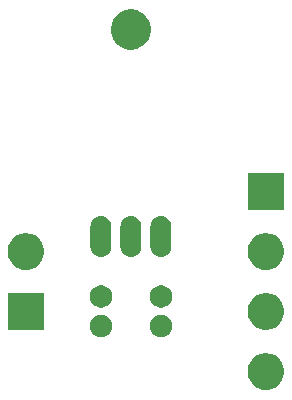
<source format=gbs>
G04 #@! TF.GenerationSoftware,KiCad,Pcbnew,(5.1.4)-1*
G04 #@! TF.CreationDate,2019-09-01T07:16:19-07:00*
G04 #@! TF.ProjectId,lm7805,6c6d3738-3035-42e6-9b69-6361645f7063,rev?*
G04 #@! TF.SameCoordinates,Original*
G04 #@! TF.FileFunction,Soldermask,Bot*
G04 #@! TF.FilePolarity,Negative*
%FSLAX46Y46*%
G04 Gerber Fmt 4.6, Leading zero omitted, Abs format (unit mm)*
G04 Created by KiCad (PCBNEW (5.1.4)-1) date 2019-09-01 07:16:19*
%MOMM*%
%LPD*%
G04 APERTURE LIST*
%ADD10C,0.100000*%
G04 APERTURE END LIST*
D10*
G36*
X70152585Y-61978802D02*
G01*
X70302410Y-62008604D01*
X70584674Y-62125521D01*
X70838705Y-62295259D01*
X71054741Y-62511295D01*
X71224479Y-62765326D01*
X71341396Y-63047590D01*
X71401000Y-63347240D01*
X71401000Y-63652760D01*
X71341396Y-63952410D01*
X71224479Y-64234674D01*
X71054741Y-64488705D01*
X70838705Y-64704741D01*
X70584674Y-64874479D01*
X70302410Y-64991396D01*
X70152585Y-65021198D01*
X70002761Y-65051000D01*
X69697239Y-65051000D01*
X69547415Y-65021198D01*
X69397590Y-64991396D01*
X69115326Y-64874479D01*
X68861295Y-64704741D01*
X68645259Y-64488705D01*
X68475521Y-64234674D01*
X68358604Y-63952410D01*
X68299000Y-63652760D01*
X68299000Y-63347240D01*
X68358604Y-63047590D01*
X68475521Y-62765326D01*
X68645259Y-62511295D01*
X68861295Y-62295259D01*
X69115326Y-62125521D01*
X69397590Y-62008604D01*
X69547415Y-61978802D01*
X69697239Y-61949000D01*
X70002761Y-61949000D01*
X70152585Y-61978802D01*
X70152585Y-61978802D01*
G37*
G36*
X61237395Y-58735546D02*
G01*
X61410466Y-58807234D01*
X61410467Y-58807235D01*
X61566227Y-58911310D01*
X61698690Y-59043773D01*
X61698691Y-59043775D01*
X61802766Y-59199534D01*
X61874454Y-59372605D01*
X61911000Y-59556333D01*
X61911000Y-59743667D01*
X61874454Y-59927395D01*
X61802766Y-60100466D01*
X61802765Y-60100467D01*
X61698690Y-60256227D01*
X61566227Y-60388690D01*
X61487818Y-60441081D01*
X61410466Y-60492766D01*
X61237395Y-60564454D01*
X61053667Y-60601000D01*
X60866333Y-60601000D01*
X60682605Y-60564454D01*
X60509534Y-60492766D01*
X60432182Y-60441081D01*
X60353773Y-60388690D01*
X60221310Y-60256227D01*
X60117235Y-60100467D01*
X60117234Y-60100466D01*
X60045546Y-59927395D01*
X60009000Y-59743667D01*
X60009000Y-59556333D01*
X60045546Y-59372605D01*
X60117234Y-59199534D01*
X60221309Y-59043775D01*
X60221310Y-59043773D01*
X60353773Y-58911310D01*
X60509533Y-58807235D01*
X60509534Y-58807234D01*
X60682605Y-58735546D01*
X60866333Y-58699000D01*
X61053667Y-58699000D01*
X61237395Y-58735546D01*
X61237395Y-58735546D01*
G37*
G36*
X56157395Y-58735546D02*
G01*
X56330466Y-58807234D01*
X56330467Y-58807235D01*
X56486227Y-58911310D01*
X56618690Y-59043773D01*
X56618691Y-59043775D01*
X56722766Y-59199534D01*
X56794454Y-59372605D01*
X56831000Y-59556333D01*
X56831000Y-59743667D01*
X56794454Y-59927395D01*
X56722766Y-60100466D01*
X56722765Y-60100467D01*
X56618690Y-60256227D01*
X56486227Y-60388690D01*
X56407818Y-60441081D01*
X56330466Y-60492766D01*
X56157395Y-60564454D01*
X55973667Y-60601000D01*
X55786333Y-60601000D01*
X55602605Y-60564454D01*
X55429534Y-60492766D01*
X55352182Y-60441081D01*
X55273773Y-60388690D01*
X55141310Y-60256227D01*
X55037235Y-60100467D01*
X55037234Y-60100466D01*
X54965546Y-59927395D01*
X54929000Y-59743667D01*
X54929000Y-59556333D01*
X54965546Y-59372605D01*
X55037234Y-59199534D01*
X55141309Y-59043775D01*
X55141310Y-59043773D01*
X55273773Y-58911310D01*
X55429533Y-58807235D01*
X55429534Y-58807234D01*
X55602605Y-58735546D01*
X55786333Y-58699000D01*
X55973667Y-58699000D01*
X56157395Y-58735546D01*
X56157395Y-58735546D01*
G37*
G36*
X70020879Y-56872604D02*
G01*
X70302410Y-56928604D01*
X70584674Y-57045521D01*
X70838705Y-57215259D01*
X71054741Y-57431295D01*
X71224479Y-57685326D01*
X71341396Y-57967590D01*
X71401000Y-58267240D01*
X71401000Y-58572760D01*
X71341396Y-58872410D01*
X71224479Y-59154674D01*
X71054741Y-59408705D01*
X70838705Y-59624741D01*
X70584674Y-59794479D01*
X70302410Y-59911396D01*
X70221977Y-59927395D01*
X70002761Y-59971000D01*
X69697239Y-59971000D01*
X69478023Y-59927395D01*
X69397590Y-59911396D01*
X69115326Y-59794479D01*
X68861295Y-59624741D01*
X68645259Y-59408705D01*
X68475521Y-59154674D01*
X68358604Y-58872410D01*
X68299000Y-58572760D01*
X68299000Y-58267240D01*
X68358604Y-57967590D01*
X68475521Y-57685326D01*
X68645259Y-57431295D01*
X68861295Y-57215259D01*
X69115326Y-57045521D01*
X69397590Y-56928604D01*
X69679121Y-56872604D01*
X69697239Y-56869000D01*
X70002761Y-56869000D01*
X70020879Y-56872604D01*
X70020879Y-56872604D01*
G37*
G36*
X51081000Y-59971000D02*
G01*
X47979000Y-59971000D01*
X47979000Y-56869000D01*
X51081000Y-56869000D01*
X51081000Y-59971000D01*
X51081000Y-59971000D01*
G37*
G36*
X56157395Y-56235546D02*
G01*
X56330466Y-56307234D01*
X56330467Y-56307235D01*
X56486227Y-56411310D01*
X56618690Y-56543773D01*
X56618691Y-56543775D01*
X56722766Y-56699534D01*
X56794454Y-56872605D01*
X56831000Y-57056333D01*
X56831000Y-57243667D01*
X56794454Y-57427395D01*
X56722766Y-57600466D01*
X56722765Y-57600467D01*
X56618690Y-57756227D01*
X56486227Y-57888690D01*
X56407818Y-57941081D01*
X56330466Y-57992766D01*
X56157395Y-58064454D01*
X55973667Y-58101000D01*
X55786333Y-58101000D01*
X55602605Y-58064454D01*
X55429534Y-57992766D01*
X55352182Y-57941081D01*
X55273773Y-57888690D01*
X55141310Y-57756227D01*
X55037235Y-57600467D01*
X55037234Y-57600466D01*
X54965546Y-57427395D01*
X54929000Y-57243667D01*
X54929000Y-57056333D01*
X54965546Y-56872605D01*
X55037234Y-56699534D01*
X55141309Y-56543775D01*
X55141310Y-56543773D01*
X55273773Y-56411310D01*
X55429533Y-56307235D01*
X55429534Y-56307234D01*
X55602605Y-56235546D01*
X55786333Y-56199000D01*
X55973667Y-56199000D01*
X56157395Y-56235546D01*
X56157395Y-56235546D01*
G37*
G36*
X61237395Y-56235546D02*
G01*
X61410466Y-56307234D01*
X61410467Y-56307235D01*
X61566227Y-56411310D01*
X61698690Y-56543773D01*
X61698691Y-56543775D01*
X61802766Y-56699534D01*
X61874454Y-56872605D01*
X61911000Y-57056333D01*
X61911000Y-57243667D01*
X61874454Y-57427395D01*
X61802766Y-57600466D01*
X61802765Y-57600467D01*
X61698690Y-57756227D01*
X61566227Y-57888690D01*
X61487818Y-57941081D01*
X61410466Y-57992766D01*
X61237395Y-58064454D01*
X61053667Y-58101000D01*
X60866333Y-58101000D01*
X60682605Y-58064454D01*
X60509534Y-57992766D01*
X60432182Y-57941081D01*
X60353773Y-57888690D01*
X60221310Y-57756227D01*
X60117235Y-57600467D01*
X60117234Y-57600466D01*
X60045546Y-57427395D01*
X60009000Y-57243667D01*
X60009000Y-57056333D01*
X60045546Y-56872605D01*
X60117234Y-56699534D01*
X60221309Y-56543775D01*
X60221310Y-56543773D01*
X60353773Y-56411310D01*
X60509533Y-56307235D01*
X60509534Y-56307234D01*
X60682605Y-56235546D01*
X60866333Y-56199000D01*
X61053667Y-56199000D01*
X61237395Y-56235546D01*
X61237395Y-56235546D01*
G37*
G36*
X49832585Y-51818802D02*
G01*
X49982410Y-51848604D01*
X50264674Y-51965521D01*
X50518705Y-52135259D01*
X50734741Y-52351295D01*
X50904479Y-52605326D01*
X51021396Y-52887590D01*
X51081000Y-53187240D01*
X51081000Y-53492760D01*
X51021396Y-53792410D01*
X50904479Y-54074674D01*
X50734741Y-54328705D01*
X50518705Y-54544741D01*
X50264674Y-54714479D01*
X49982410Y-54831396D01*
X49832585Y-54861198D01*
X49682761Y-54891000D01*
X49377239Y-54891000D01*
X49227415Y-54861198D01*
X49077590Y-54831396D01*
X48795326Y-54714479D01*
X48541295Y-54544741D01*
X48325259Y-54328705D01*
X48155521Y-54074674D01*
X48038604Y-53792410D01*
X47979000Y-53492760D01*
X47979000Y-53187240D01*
X48038604Y-52887590D01*
X48155521Y-52605326D01*
X48325259Y-52351295D01*
X48541295Y-52135259D01*
X48795326Y-51965521D01*
X49077590Y-51848604D01*
X49227415Y-51818802D01*
X49377239Y-51789000D01*
X49682761Y-51789000D01*
X49832585Y-51818802D01*
X49832585Y-51818802D01*
G37*
G36*
X70152585Y-51818802D02*
G01*
X70302410Y-51848604D01*
X70584674Y-51965521D01*
X70838705Y-52135259D01*
X71054741Y-52351295D01*
X71224479Y-52605326D01*
X71341396Y-52887590D01*
X71401000Y-53187240D01*
X71401000Y-53492760D01*
X71341396Y-53792410D01*
X71224479Y-54074674D01*
X71054741Y-54328705D01*
X70838705Y-54544741D01*
X70584674Y-54714479D01*
X70302410Y-54831396D01*
X70152585Y-54861198D01*
X70002761Y-54891000D01*
X69697239Y-54891000D01*
X69547415Y-54861198D01*
X69397590Y-54831396D01*
X69115326Y-54714479D01*
X68861295Y-54544741D01*
X68645259Y-54328705D01*
X68475521Y-54074674D01*
X68358604Y-53792410D01*
X68299000Y-53492760D01*
X68299000Y-53187240D01*
X68358604Y-52887590D01*
X68475521Y-52605326D01*
X68645259Y-52351295D01*
X68861295Y-52135259D01*
X69115326Y-51965521D01*
X69397590Y-51848604D01*
X69547415Y-51818802D01*
X69697239Y-51789000D01*
X70002761Y-51789000D01*
X70152585Y-51818802D01*
X70152585Y-51818802D01*
G37*
G36*
X61134313Y-50355466D02*
G01*
X61301927Y-50406312D01*
X61456403Y-50488880D01*
X61591801Y-50599999D01*
X61702923Y-50735401D01*
X61785487Y-50889869D01*
X61785488Y-50889872D01*
X61836334Y-51057486D01*
X61849200Y-51188120D01*
X61849200Y-52951880D01*
X61836334Y-53082514D01*
X61804565Y-53187239D01*
X61785487Y-53250131D01*
X61702923Y-53404599D01*
X61591801Y-53540001D01*
X61456399Y-53651123D01*
X61301931Y-53733687D01*
X61301928Y-53733688D01*
X61134314Y-53784534D01*
X60960000Y-53801702D01*
X60785687Y-53784534D01*
X60618073Y-53733688D01*
X60618070Y-53733687D01*
X60463602Y-53651123D01*
X60328200Y-53540001D01*
X60217078Y-53404599D01*
X60134514Y-53250131D01*
X60115436Y-53187239D01*
X60083667Y-53082514D01*
X60070801Y-52951880D01*
X60070800Y-51188121D01*
X60083666Y-51057487D01*
X60134512Y-50889873D01*
X60217078Y-50735401D01*
X60217080Y-50735397D01*
X60328199Y-50599999D01*
X60463601Y-50488877D01*
X60618069Y-50406313D01*
X60618072Y-50406312D01*
X60785686Y-50355466D01*
X60960000Y-50338298D01*
X61134313Y-50355466D01*
X61134313Y-50355466D01*
G37*
G36*
X58594313Y-50355466D02*
G01*
X58761927Y-50406312D01*
X58916403Y-50488880D01*
X59051801Y-50599999D01*
X59162923Y-50735401D01*
X59245487Y-50889869D01*
X59245488Y-50889872D01*
X59296334Y-51057486D01*
X59309200Y-51188120D01*
X59309200Y-52951880D01*
X59296334Y-53082514D01*
X59264565Y-53187239D01*
X59245487Y-53250131D01*
X59162923Y-53404599D01*
X59051801Y-53540001D01*
X58916399Y-53651123D01*
X58761931Y-53733687D01*
X58761928Y-53733688D01*
X58594314Y-53784534D01*
X58420000Y-53801702D01*
X58245687Y-53784534D01*
X58078073Y-53733688D01*
X58078070Y-53733687D01*
X57923602Y-53651123D01*
X57788200Y-53540001D01*
X57677078Y-53404599D01*
X57594514Y-53250131D01*
X57575436Y-53187239D01*
X57543667Y-53082514D01*
X57530801Y-52951880D01*
X57530800Y-51188121D01*
X57543666Y-51057487D01*
X57594512Y-50889873D01*
X57677078Y-50735401D01*
X57677080Y-50735397D01*
X57788199Y-50599999D01*
X57923601Y-50488877D01*
X58078069Y-50406313D01*
X58078072Y-50406312D01*
X58245686Y-50355466D01*
X58420000Y-50338298D01*
X58594313Y-50355466D01*
X58594313Y-50355466D01*
G37*
G36*
X56054313Y-50355466D02*
G01*
X56221927Y-50406312D01*
X56376403Y-50488880D01*
X56511801Y-50599999D01*
X56622923Y-50735401D01*
X56705487Y-50889869D01*
X56705488Y-50889872D01*
X56756334Y-51057486D01*
X56769200Y-51188120D01*
X56769200Y-52951880D01*
X56756334Y-53082514D01*
X56724565Y-53187239D01*
X56705487Y-53250131D01*
X56622923Y-53404599D01*
X56511801Y-53540001D01*
X56376399Y-53651123D01*
X56221931Y-53733687D01*
X56221928Y-53733688D01*
X56054314Y-53784534D01*
X55880000Y-53801702D01*
X55705687Y-53784534D01*
X55538073Y-53733688D01*
X55538070Y-53733687D01*
X55383602Y-53651123D01*
X55248200Y-53540001D01*
X55137078Y-53404599D01*
X55054514Y-53250131D01*
X55035436Y-53187239D01*
X55003667Y-53082514D01*
X54990801Y-52951880D01*
X54990800Y-51188121D01*
X55003666Y-51057487D01*
X55054512Y-50889873D01*
X55137078Y-50735401D01*
X55137080Y-50735397D01*
X55248199Y-50599999D01*
X55383601Y-50488877D01*
X55538069Y-50406313D01*
X55538072Y-50406312D01*
X55705686Y-50355466D01*
X55880000Y-50338298D01*
X56054313Y-50355466D01*
X56054313Y-50355466D01*
G37*
G36*
X71401000Y-49811000D02*
G01*
X68299000Y-49811000D01*
X68299000Y-46709000D01*
X71401000Y-46709000D01*
X71401000Y-49811000D01*
X71401000Y-49811000D01*
G37*
G36*
X58806847Y-32885605D02*
G01*
X58916455Y-32907407D01*
X59226199Y-33035707D01*
X59504962Y-33221970D01*
X59742030Y-33459038D01*
X59928293Y-33737801D01*
X60056593Y-34047545D01*
X60122000Y-34376368D01*
X60122000Y-34711632D01*
X60056593Y-35040455D01*
X59928293Y-35350199D01*
X59742030Y-35628962D01*
X59504962Y-35866030D01*
X59226199Y-36052293D01*
X58916455Y-36180593D01*
X58806847Y-36202395D01*
X58587634Y-36246000D01*
X58252366Y-36246000D01*
X58033153Y-36202395D01*
X57923545Y-36180593D01*
X57613801Y-36052293D01*
X57335038Y-35866030D01*
X57097970Y-35628962D01*
X56911707Y-35350199D01*
X56783407Y-35040455D01*
X56718000Y-34711632D01*
X56718000Y-34376368D01*
X56783407Y-34047545D01*
X56911707Y-33737801D01*
X57097970Y-33459038D01*
X57335038Y-33221970D01*
X57613801Y-33035707D01*
X57923545Y-32907407D01*
X58033153Y-32885605D01*
X58252366Y-32842000D01*
X58587634Y-32842000D01*
X58806847Y-32885605D01*
X58806847Y-32885605D01*
G37*
M02*

</source>
